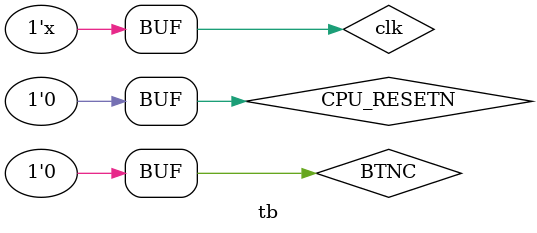
<source format=sv>
module tb ();
  logic                    clk = 0;
  logic                    BTNC;
  logic                    CPU_RESETN;
  logic [3:0] anode;
  logic [             7:0] cathode;

  counting_buttons u_counting_buttons (
      .clk       (clk),
      .BTNC      (BTNC),
      .CPU_RESETN(CPU_RESETN),
      .anode     (anode),
      .cathode   (cathode)
  );

  always #5 clk = ~clk;

  initial begin
    BTNC = 0;
    CPU_RESETN = 0;
    #10;
  end
endmodule

</source>
